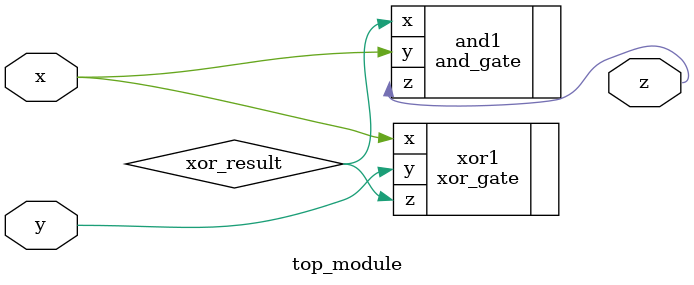
<source format=sv>
module top_module(
	input x,
	input y,
	output z);

	// Intermediate wire to store the XOR result
	wire xor_result;

	// XOR gate to compute the XOR of x and y
	xor_gate xor1(
		.x(x),
		.y(y),
		.z(xor_result)
	);

	// AND gate to compute the AND of the XOR result and x
	and_gate and1(
		.x(xor_result),
		.y(x),
		.z(z)
	);

endmodule

</source>
